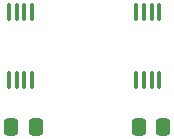
<source format=gbp>
G04 #@! TF.GenerationSoftware,KiCad,Pcbnew,(6.0.1)*
G04 #@! TF.CreationDate,2024-05-17T17:22:04+02:00*
G04 #@! TF.ProjectId,pmod_memory_module,706d6f64-5f6d-4656-9d6f-72795f6d6f64,rev?*
G04 #@! TF.SameCoordinates,Original*
G04 #@! TF.FileFunction,Paste,Bot*
G04 #@! TF.FilePolarity,Positive*
%FSLAX46Y46*%
G04 Gerber Fmt 4.6, Leading zero omitted, Abs format (unit mm)*
G04 Created by KiCad (PCBNEW (6.0.1)) date 2024-05-17 17:22:04*
%MOMM*%
%LPD*%
G01*
G04 APERTURE LIST*
G04 Aperture macros list*
%AMRoundRect*
0 Rectangle with rounded corners*
0 $1 Rounding radius*
0 $2 $3 $4 $5 $6 $7 $8 $9 X,Y pos of 4 corners*
0 Add a 4 corners polygon primitive as box body*
4,1,4,$2,$3,$4,$5,$6,$7,$8,$9,$2,$3,0*
0 Add four circle primitives for the rounded corners*
1,1,$1+$1,$2,$3*
1,1,$1+$1,$4,$5*
1,1,$1+$1,$6,$7*
1,1,$1+$1,$8,$9*
0 Add four rect primitives between the rounded corners*
20,1,$1+$1,$2,$3,$4,$5,0*
20,1,$1+$1,$4,$5,$6,$7,0*
20,1,$1+$1,$6,$7,$8,$9,0*
20,1,$1+$1,$8,$9,$2,$3,0*%
G04 Aperture macros list end*
%ADD10RoundRect,0.250000X-0.337500X-0.475000X0.337500X-0.475000X0.337500X0.475000X-0.337500X0.475000X0*%
%ADD11RoundRect,0.100000X-0.100000X0.637500X-0.100000X-0.637500X0.100000X-0.637500X0.100000X0.637500X0*%
G04 APERTURE END LIST*
D10*
X42269500Y-34798000D03*
X44344500Y-34798000D03*
X31474500Y-34798000D03*
X33549500Y-34798000D03*
D11*
X42078000Y-25077500D03*
X42728000Y-25077500D03*
X43378000Y-25077500D03*
X44028000Y-25077500D03*
X44028000Y-30802500D03*
X43378000Y-30802500D03*
X42728000Y-30802500D03*
X42078000Y-30802500D03*
X31283000Y-25061500D03*
X31933000Y-25061500D03*
X32583000Y-25061500D03*
X33233000Y-25061500D03*
X33233000Y-30786500D03*
X32583000Y-30786500D03*
X31933000Y-30786500D03*
X31283000Y-30786500D03*
M02*

</source>
